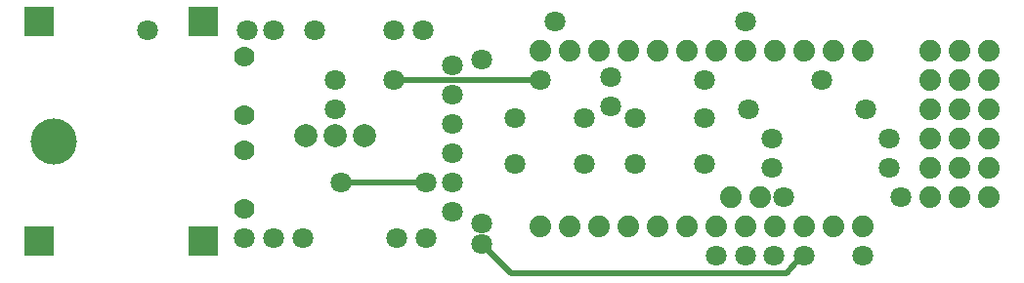
<source format=gbl>
G04 ---------------------------- Layer name :BOTTOM LAYER*
G04 EasyEDA v5.7.26, Thu, 04 Oct 2018 12:13:59 GMT*
G04 e11fa12ddf3342f3b0456b56dc4c62e0*
G04 Gerber Generator version 0.2*
G04 Scale: 100 percent, Rotated: No, Reflected: No *
G04 Dimensions in millimeters *
G04 leading zeros omitted , absolute positions ,3 integer and 3 decimal *
%FSLAX33Y33*%
%MOMM*%
G90*
G71D02*

%ADD10C,0.499999*%
%ADD14C,1.799996*%
%ADD19C,1.999996*%
%ADD20C,1.880006*%
%ADD21C,1.778000*%
%ADD22C,1.879600*%
%ADD23R,2.540000X2.540000*%
%ADD24C,3.999992*%

%LPD*%
G54D10*
G01X28194Y9144D02*
G01X36068Y9144D01*
G01X33274Y18034D02*
G01X45974Y18034D01*
G01X40894Y3810D02*
G01X43434Y1270D01*
G01X67310Y1270D01*
G01X68834Y3048D01*
G54D20*
G01X65024Y7874D03*
G01X62484Y7874D03*
G54D19*
G01X30734Y13208D03*
G01X28194Y13208D03*
G01X25654Y13208D03*
G54D21*
G01X20320Y6858D03*
G01X20320Y11938D03*
G01X20320Y14986D03*
G01X20320Y20066D03*
G54D14*
G01X61214Y2794D03*
G01X66212Y2794D03*
G01X52070Y18288D03*
G01X52070Y15748D03*
G01X49784Y14732D03*
G01X43784Y14732D03*
G01X49784Y10731D03*
G01X43784Y10731D03*
G01X60198Y14732D03*
G01X54198Y14732D03*
G01X60198Y10731D03*
G01X54198Y10731D03*
G54D22*
G01X45974Y5334D03*
G01X48514Y5334D03*
G01X51054Y5334D03*
G01X53594Y5334D03*
G01X56134Y5334D03*
G01X58674Y5334D03*
G01X61214Y5334D03*
G01X63754Y5334D03*
G01X66294Y5334D03*
G01X68834Y5334D03*
G01X71374Y5334D03*
G01X73914Y5334D03*
G01X73914Y20574D03*
G01X71374Y20574D03*
G01X68834Y20574D03*
G01X66294Y20574D03*
G01X63754Y20574D03*
G01X61214Y20574D03*
G01X58674Y20574D03*
G01X56134Y20574D03*
G01X53594Y20574D03*
G01X51054Y20574D03*
G01X48514Y20574D03*
G01X45974Y20574D03*
G54D14*
G01X60198Y18034D03*
G01X70358Y18034D03*
G01X64008Y15494D03*
G01X74168Y15494D03*
G01X66040Y12954D03*
G01X76200Y12954D03*
G01X66040Y10414D03*
G01X76200Y10414D03*
G01X67056Y7874D03*
G01X77216Y7874D03*
G01X63754Y2794D03*
G01X73914Y2794D03*
G54D22*
G01X79756Y20574D03*
G01X82296Y20574D03*
G01X84836Y20574D03*
G01X79756Y18034D03*
G01X82296Y18034D03*
G01X84836Y18034D03*
G01X79756Y15494D03*
G01X82296Y15494D03*
G01X84836Y15494D03*
G01X79756Y12954D03*
G01X82296Y12954D03*
G01X84836Y12954D03*
G01X79756Y10414D03*
G01X82296Y10414D03*
G01X84836Y10414D03*
G01X79756Y7874D03*
G01X82296Y7874D03*
G01X84836Y7874D03*
G54D14*
G01X20574Y22352D03*
G01X22860Y22352D03*
G01X33274Y22352D03*
G01X35814Y22352D03*
G01X20320Y4318D03*
G01X22860Y4318D03*
G01X25400Y4318D03*
G01X33528Y4318D03*
G01X36068Y4318D03*
G54D23*
G01X2540Y4064D03*
G01X16764Y4064D03*
G01X2540Y23114D03*
G01X16764Y23114D03*
G54D14*
G01X38354Y19304D03*
G01X38354Y16764D03*
G01X38354Y14224D03*
G01X38354Y11684D03*
G01X38354Y9144D03*
G01X38354Y6604D03*
G01X28702Y9144D03*
G01X36068Y9144D03*
G01X40894Y3810D03*
G01X45974Y18034D03*
G01X33274Y18034D03*
G01X68834Y2794D03*
G01X47244Y23114D03*
G01X40894Y19812D03*
G01X28194Y18034D03*
G01X28194Y15494D03*
G54D24*
G01X3810Y12700D03*
G54D14*
G01X40894Y5588D03*
G01X63754Y23114D03*
G01X11938Y22352D03*
G01X26416Y22352D03*
M00*
M02*

</source>
